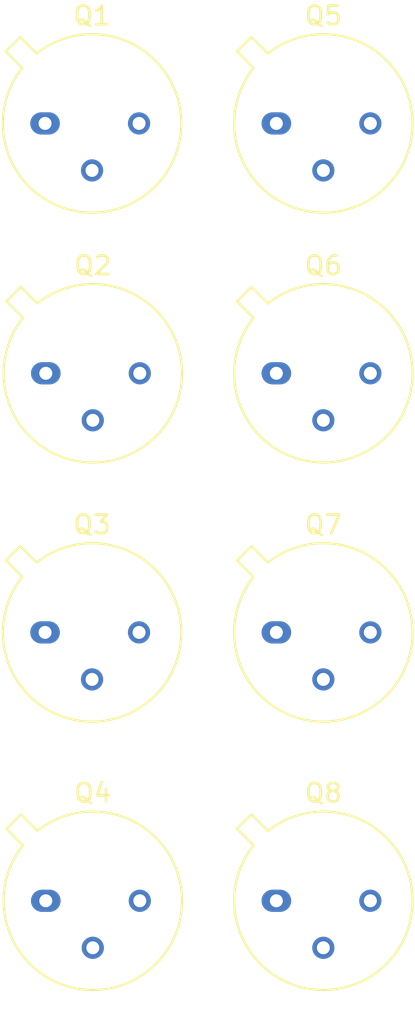
<source format=kicad_pcb>
(kicad_pcb (version 20240108) (generator "pcbnew") (generator_version "8.0")
  (layers (0 "F.Cu" signal) (31 "B.Cu" signal) (34 "B.Paste" user) (35 "F.Paste" user) (36 "B.SilkS" user "B.Silkscreen") (37 "F.SilkS" user "F.Silkscreen") (38 "B.Mask" user) (39 "F.Mask" user) (44 "Edge.Cuts" user))
  (net 0 "")
  (net 1 "Net-(J1-Pin_1)")
  (net 2 "Net-(J5-Pin_1)")
  (net 3 "Net-(J9-Pin_1)")
  (net 4 "Net-(J2-Pin_1)")
  (net 5 "Net-(J6-Pin_1)")
  (net 6 "Net-(J10-Pin_1)")
  (net 7 "Net-(J7-Pin_1)")
  (net 8 "Net-(J3-Pin_1)")
  (net 9 "Net-(J11-Pin_1)")
  (net 10 "Net-(J4-Pin_1)")
  (net 11 "Net-(J12-Pin_1)")
  (net 12 "Net-(J8-Pin_1)")
  (net 13 "Net-(J13-Pin_1)")
  (net 14 "Net-(J21-Pin_1)")
  (net 15 "Net-(J17-Pin_1)")
  (net 16 "Net-(J22-Pin_1)")
  (net 17 "Net-(J14-Pin_1)")
  (net 18 "Net-(J18-Pin_1)")
  (net 19 "Net-(J23-Pin_1)")
  (net 20 "Net-(J19-Pin_1)")
  (net 21 "Net-(J15-Pin_1)")
  (net 22 "Net-(J16-Pin_1)")
  (net 23 "Net-(J24-Pin_1)")
  (net 24 "Net-(J20-Pin_1)")
  (footprint "Package_TO_SOT_THT:TO-39-3" (layer "F.Cu") (at 172.46 122.5)
    (property "Reference" "Q8" (at 2.54 -5.82 0) (layer "F.SilkS"))
    (property "Value" "2N2219")
    (fp_line (start -2.125856 -3.888039) (end -1.234902 -2.997084) (stroke (width 0.12)) (layer "F.SilkS"))
    (fp_line (start -1.348039 -4.665856) (end -2.125856 -3.888039) (stroke (width 0.12)) (layer "F.SilkS"))
    (fp_line (start -0.457084 -3.774902) (end -1.348039 -4.665856) (stroke (width 0.12)) (layer "F.SilkS"))
    (fp_arc (start -0.457084 -3.774902) (mid 5.948125 3.408384) (end -1.234674 -2.997371) (stroke (width 0.12)) (layer "F.SilkS"))
    (pad "1" thru_hole oval (at 0 0) (size 1.6 1.2) (drill 0.7) (layers "*.Cu" "*.Mask") (net 23 "Net-(J24-Pin_1)"))
    (pad "2" thru_hole oval (at 2.54 2.54) (size 1.2 1.2) (drill 0.7) (layers "*.Cu" "*.Mask") (net 22 "Net-(J16-Pin_1)"))
    (pad "3" thru_hole oval (at 5.08 0) (size 1.2 1.2) (drill 0.7) (layers "*.Cu" "*.Mask") (net 24 "Net-(J20-Pin_1)"))
  )
  (footprint "Package_TO_SOT_THT:TO-39-3" (layer "F.Cu") (at 172.46 80.5)
    (property "Reference" "Q5" (at 2.54 -5.82 0) (layer "F.SilkS"))
    (property "Value" "2N2219")
    (fp_line (start -2.125856 -3.888039) (end -1.234902 -2.997084) (stroke (width 0.12)) (layer "F.SilkS"))
    (fp_line (start -1.348039 -4.665856) (end -2.125856 -3.888039) (stroke (width 0.12)) (layer "F.SilkS"))
    (fp_line (start -0.457084 -3.774902) (end -1.348039 -4.665856) (stroke (width 0.12)) (layer "F.SilkS"))
    (fp_arc (start -0.457084 -3.774902) (mid 5.948125 3.408384) (end -1.234674 -2.997371) (stroke (width 0.12)) (layer "F.SilkS"))
    (pad "1" thru_hole oval (at 0 0) (size 1.6 1.2) (drill 0.7) (layers "*.Cu" "*.Mask") (net 14 "Net-(J21-Pin_1)"))
    (pad "2" thru_hole oval (at 2.54 2.54) (size 1.2 1.2) (drill 0.7) (layers "*.Cu" "*.Mask") (net 13 "Net-(J13-Pin_1)"))
    (pad "3" thru_hole oval (at 5.08 0) (size 1.2 1.2) (drill 0.7) (layers "*.Cu" "*.Mask") (net 15 "Net-(J17-Pin_1)"))
  )
  (footprint "Package_TO_SOT_THT:TO-39-3" (layer "F.Cu") (at 160 122.5)
    (property "Reference" "Q4" (at 2.54 -5.82 0) (layer "F.SilkS"))
    (property "Value" "2N2219")
    (fp_line (start -2.125856 -3.888039) (end -1.234902 -2.997084) (stroke (width 0.12)) (layer "F.SilkS"))
    (fp_line (start -1.348039 -4.665856) (end -2.125856 -3.888039) (stroke (width 0.12)) (layer "F.SilkS"))
    (fp_line (start -0.457084 -3.774902) (end -1.348039 -4.665856) (stroke (width 0.12)) (layer "F.SilkS"))
    (fp_arc (start -0.457084 -3.774902) (mid 5.948125 3.408384) (end -1.234674 -2.997371) (stroke (width 0.12)) (layer "F.SilkS"))
    (pad "1" thru_hole oval (at 0 0) (size 1.6 1.2) (drill 0.7) (layers "*.Cu" "*.Mask") (net 11 "Net-(J12-Pin_1)"))
    (pad "2" thru_hole oval (at 2.54 2.54) (size 1.2 1.2) (drill 0.7) (layers "*.Cu" "*.Mask") (net 10 "Net-(J4-Pin_1)"))
    (pad "3" thru_hole oval (at 5.08 0) (size 1.2 1.2) (drill 0.7) (layers "*.Cu" "*.Mask") (net 12 "Net-(J8-Pin_1)"))
  )
  (footprint "Package_TO_SOT_THT:TO-39-3" (layer "F.Cu") (at 172.46 94)
    (property "Reference" "Q6" (at 2.54 -5.82 0) (layer "F.SilkS"))
    (property "Value" "2N2219")
    (fp_line (start -2.125856 -3.888039) (end -1.234902 -2.997084) (stroke (width 0.12)) (layer "F.SilkS"))
    (fp_line (start -1.348039 -4.665856) (end -2.125856 -3.888039) (stroke (width 0.12)) (layer "F.SilkS"))
    (fp_line (start -0.457084 -3.774902) (end -1.348039 -4.665856) (stroke (width 0.12)) (layer "F.SilkS"))
    (fp_arc (start -0.457084 -3.774902) (mid 5.948125 3.408384) (end -1.234674 -2.997371) (stroke (width 0.12)) (layer "F.SilkS"))
    (pad "1" thru_hole oval (at 0 0) (size 1.6 1.2) (drill 0.7) (layers "*.Cu" "*.Mask") (net 16 "Net-(J22-Pin_1)"))
    (pad "2" thru_hole oval (at 2.54 2.54) (size 1.2 1.2) (drill 0.7) (layers "*.Cu" "*.Mask") (net 17 "Net-(J14-Pin_1)"))
    (pad "3" thru_hole oval (at 5.08 0) (size 1.2 1.2) (drill 0.7) (layers "*.Cu" "*.Mask") (net 18 "Net-(J18-Pin_1)"))
  )
  (footprint "Package_TO_SOT_THT:TO-39-3" (layer "F.Cu") (at 159.96 108)
    (property "Reference" "Q3" (at 2.54 -5.82 0) (layer "F.SilkS"))
    (property "Value" "2N2219")
    (fp_line (start -2.125856 -3.888039) (end -1.234902 -2.997084) (stroke (width 0.12)) (layer "F.SilkS"))
    (fp_line (start -1.348039 -4.665856) (end -2.125856 -3.888039) (stroke (width 0.12)) (layer "F.SilkS"))
    (fp_line (start -0.457084 -3.774902) (end -1.348039 -4.665856) (stroke (width 0.12)) (layer "F.SilkS"))
    (fp_arc (start -0.457084 -3.774902) (mid 5.948125 3.408384) (end -1.234674 -2.997371) (stroke (width 0.12)) (layer "F.SilkS"))
    (pad "1" thru_hole oval (at 0 0) (size 1.6 1.2) (drill 0.7) (layers "*.Cu" "*.Mask") (net 9 "Net-(J11-Pin_1)"))
    (pad "2" thru_hole oval (at 2.54 2.54) (size 1.2 1.2) (drill 0.7) (layers "*.Cu" "*.Mask") (net 8 "Net-(J3-Pin_1)"))
    (pad "3" thru_hole oval (at 5.08 0) (size 1.2 1.2) (drill 0.7) (layers "*.Cu" "*.Mask") (net 7 "Net-(J7-Pin_1)"))
  )
  (footprint "Package_TO_SOT_THT:TO-39-3" (layer "F.Cu") (at 172.46 108)
    (property "Reference" "Q7" (at 2.54 -5.82 0) (layer "F.SilkS"))
    (property "Value" "2N2219")
    (fp_line (start -2.125856 -3.888039) (end -1.234902 -2.997084) (stroke (width 0.12)) (layer "F.SilkS"))
    (fp_line (start -1.348039 -4.665856) (end -2.125856 -3.888039) (stroke (width 0.12)) (layer "F.SilkS"))
    (fp_line (start -0.457084 -3.774902) (end -1.348039 -4.665856) (stroke (width 0.12)) (layer "F.SilkS"))
    (fp_arc (start -0.457084 -3.774902) (mid 5.948125 3.408384) (end -1.234674 -2.997371) (stroke (width 0.12)) (layer "F.SilkS"))
    (pad "1" thru_hole oval (at 0 0) (size 1.6 1.2) (drill 0.7) (layers "*.Cu" "*.Mask") (net 19 "Net-(J23-Pin_1)"))
    (pad "2" thru_hole oval (at 2.54 2.54) (size 1.2 1.2) (drill 0.7) (layers "*.Cu" "*.Mask") (net 21 "Net-(J15-Pin_1)"))
    (pad "3" thru_hole oval (at 5.08 0) (size 1.2 1.2) (drill 0.7) (layers "*.Cu" "*.Mask") (net 20 "Net-(J19-Pin_1)"))
  )
  (footprint "Package_TO_SOT_THT:TO-39-3" (layer "F.Cu") (at 160 94)
    (property "Reference" "Q2" (at 2.54 -5.82 0) (layer "F.SilkS"))
    (property "Value" "2N2219")
    (fp_line (start -2.125856 -3.888039) (end -1.234902 -2.997084) (stroke (width 0.12)) (layer "F.SilkS"))
    (fp_line (start -1.348039 -4.665856) (end -2.125856 -3.888039) (stroke (width 0.12)) (layer "F.SilkS"))
    (fp_line (start -0.457084 -3.774902) (end -1.348039 -4.665856) (stroke (width 0.12)) (layer "F.SilkS"))
    (fp_arc (start -0.457084 -3.774902) (mid 5.948125 3.408384) (end -1.234674 -2.997371) (stroke (width 0.12)) (layer "F.SilkS"))
    (pad "1" thru_hole oval (at 0 0) (size 1.6 1.2) (drill 0.7) (layers "*.Cu" "*.Mask") (net 6 "Net-(J10-Pin_1)"))
    (pad "2" thru_hole oval (at 2.54 2.54) (size 1.2 1.2) (drill 0.7) (layers "*.Cu" "*.Mask") (net 4 "Net-(J2-Pin_1)"))
    (pad "3" thru_hole oval (at 5.08 0) (size 1.2 1.2) (drill 0.7) (layers "*.Cu" "*.Mask") (net 5 "Net-(J6-Pin_1)"))
  )
  (footprint "Package_TO_SOT_THT:TO-39-3" (layer "F.Cu") (at 159.96 80.5)
    (property "Reference" "Q1" (at 2.54 -5.82 0) (layer "F.SilkS"))
    (property "Value" "2N2219")
    (fp_line (start -2.125856 -3.888039) (end -1.234902 -2.997084) (stroke (width 0.12)) (layer "F.SilkS"))
    (fp_line (start -1.348039 -4.665856) (end -2.125856 -3.888039) (stroke (width 0.12)) (layer "F.SilkS"))
    (fp_line (start -0.457084 -3.774902) (end -1.348039 -4.665856) (stroke (width 0.12)) (layer "F.SilkS"))
    (fp_arc (start -0.457084 -3.774902) (mid 5.948125 3.408384) (end -1.234674 -2.997371) (stroke (width 0.12)) (layer "F.SilkS"))
    (pad "1" thru_hole oval (at 0 0) (size 1.6 1.2) (drill 0.7) (layers "*.Cu" "*.Mask") (net 3 "Net-(J9-Pin_1)"))
    (pad "2" thru_hole oval (at 2.54 2.54) (size 1.2 1.2) (drill 0.7) (layers "*.Cu" "*.Mask") (net 1 "Net-(J1-Pin_1)"))
    (pad "3" thru_hole oval (at 5.08 0) (size 1.2 1.2) (drill 0.7) (layers "*.Cu" "*.Mask") (net 2 "Net-(J5-Pin_1)"))
  )
)
</source>
